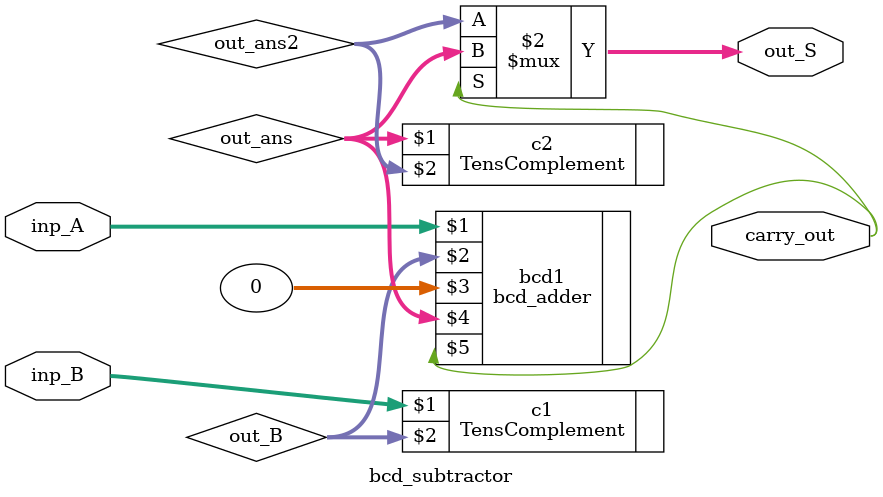
<source format=v>
`timescale 1ns / 1ps


module bcd_subtractor(inp_A, inp_B, carry_out, out_S);

input [3:0] inp_A, inp_B;
output carry_out;
output [3:0] out_S;

wire [3:0] out_B;

TensComplement c1(inp_B, out_B);

wire [3:0] out_ans;
bcd_adder bcd1(inp_A, out_B, 0, out_ans, carry_out);

wire [3:0] out_ans2;
TensComplement c2(out_ans, out_ans2);

assign out_S = (carry_out)?out_ans:out_ans2;
//always@(carry_out)
//    if(carry_out)
//        begin
//            TensComplement c2(out_ans, out_S);
//        end
//    else
//        begin
//            assign out_S = out_ans;
//        end
//assign out_S = out_ans;


endmodule

</source>
